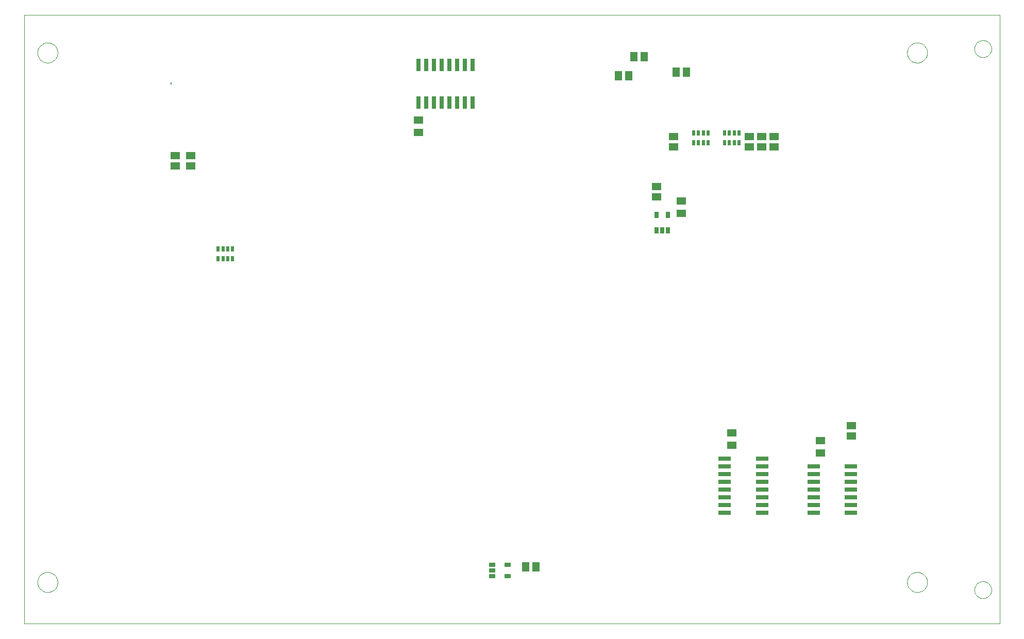
<source format=gbp>
G75*
G70*
%OFA0B0*%
%FSLAX24Y24*%
%IPPOS*%
%LPD*%
%AMOC8*
5,1,8,0,0,1.08239X$1,22.5*
%
%ADD10R,0.0630X0.0512*%
%ADD11R,0.0800X0.0260*%
%ADD12R,0.0260X0.0800*%
%ADD13R,0.0060X0.0120*%
%ADD14R,0.0272X0.0390*%
%ADD15C,0.0000*%
%ADD16R,0.0390X0.0272*%
%ADD17R,0.0512X0.0591*%
%ADD18R,0.0591X0.0512*%
%ADD19R,0.0197X0.0354*%
D10*
X047348Y033976D03*
X047348Y034763D03*
X030348Y039226D03*
X030348Y040013D03*
X050598Y019763D03*
X050598Y018976D03*
X056348Y019263D03*
X056348Y018476D03*
D11*
X055888Y017620D03*
X055888Y017120D03*
X055888Y016620D03*
X055888Y016120D03*
X055888Y015620D03*
X055888Y015120D03*
X055888Y014620D03*
X058308Y014620D03*
X058308Y015120D03*
X058308Y015620D03*
X058308Y016120D03*
X058308Y016620D03*
X058308Y017120D03*
X058308Y017620D03*
X052558Y017620D03*
X052558Y018120D03*
X052558Y017120D03*
X052558Y016620D03*
X052558Y016120D03*
X052558Y015620D03*
X052558Y015120D03*
X052558Y014620D03*
X050138Y014620D03*
X050138Y015120D03*
X050138Y015620D03*
X050138Y016120D03*
X050138Y016620D03*
X050138Y017120D03*
X050138Y017620D03*
X050138Y018120D03*
D12*
X033848Y041160D03*
X033348Y041160D03*
X032848Y041160D03*
X032348Y041160D03*
X031848Y041160D03*
X031348Y041160D03*
X030848Y041160D03*
X030348Y041160D03*
X030348Y043580D03*
X030848Y043580D03*
X031348Y043580D03*
X031848Y043580D03*
X032348Y043580D03*
X032848Y043580D03*
X033348Y043580D03*
X033848Y043580D03*
D13*
X014348Y042370D03*
X014348Y042370D03*
D14*
X045724Y033881D03*
X046472Y033881D03*
X046472Y032862D03*
X046098Y032862D03*
X045724Y032862D03*
D15*
X004848Y046810D02*
X004848Y007430D01*
X067948Y007430D01*
X067948Y046810D01*
X004848Y046810D01*
X005698Y044370D02*
X005700Y044420D01*
X005706Y044470D01*
X005716Y044520D01*
X005729Y044568D01*
X005746Y044616D01*
X005767Y044662D01*
X005791Y044706D01*
X005819Y044748D01*
X005850Y044788D01*
X005884Y044825D01*
X005921Y044860D01*
X005960Y044891D01*
X006001Y044920D01*
X006045Y044945D01*
X006091Y044967D01*
X006138Y044985D01*
X006186Y044999D01*
X006235Y045010D01*
X006285Y045017D01*
X006335Y045020D01*
X006386Y045019D01*
X006436Y045014D01*
X006486Y045005D01*
X006534Y044993D01*
X006582Y044976D01*
X006628Y044956D01*
X006673Y044933D01*
X006716Y044906D01*
X006756Y044876D01*
X006794Y044843D01*
X006829Y044807D01*
X006862Y044768D01*
X006891Y044727D01*
X006917Y044684D01*
X006940Y044639D01*
X006959Y044592D01*
X006974Y044544D01*
X006986Y044495D01*
X006994Y044445D01*
X006998Y044395D01*
X006998Y044345D01*
X006994Y044295D01*
X006986Y044245D01*
X006974Y044196D01*
X006959Y044148D01*
X006940Y044101D01*
X006917Y044056D01*
X006891Y044013D01*
X006862Y043972D01*
X006829Y043933D01*
X006794Y043897D01*
X006756Y043864D01*
X006716Y043834D01*
X006673Y043807D01*
X006628Y043784D01*
X006582Y043764D01*
X006534Y043747D01*
X006486Y043735D01*
X006436Y043726D01*
X006386Y043721D01*
X006335Y043720D01*
X006285Y043723D01*
X006235Y043730D01*
X006186Y043741D01*
X006138Y043755D01*
X006091Y043773D01*
X006045Y043795D01*
X006001Y043820D01*
X005960Y043849D01*
X005921Y043880D01*
X005884Y043915D01*
X005850Y043952D01*
X005819Y043992D01*
X005791Y044034D01*
X005767Y044078D01*
X005746Y044124D01*
X005729Y044172D01*
X005716Y044220D01*
X005706Y044270D01*
X005700Y044320D01*
X005698Y044370D01*
X005698Y010120D02*
X005700Y010170D01*
X005706Y010220D01*
X005716Y010270D01*
X005729Y010318D01*
X005746Y010366D01*
X005767Y010412D01*
X005791Y010456D01*
X005819Y010498D01*
X005850Y010538D01*
X005884Y010575D01*
X005921Y010610D01*
X005960Y010641D01*
X006001Y010670D01*
X006045Y010695D01*
X006091Y010717D01*
X006138Y010735D01*
X006186Y010749D01*
X006235Y010760D01*
X006285Y010767D01*
X006335Y010770D01*
X006386Y010769D01*
X006436Y010764D01*
X006486Y010755D01*
X006534Y010743D01*
X006582Y010726D01*
X006628Y010706D01*
X006673Y010683D01*
X006716Y010656D01*
X006756Y010626D01*
X006794Y010593D01*
X006829Y010557D01*
X006862Y010518D01*
X006891Y010477D01*
X006917Y010434D01*
X006940Y010389D01*
X006959Y010342D01*
X006974Y010294D01*
X006986Y010245D01*
X006994Y010195D01*
X006998Y010145D01*
X006998Y010095D01*
X006994Y010045D01*
X006986Y009995D01*
X006974Y009946D01*
X006959Y009898D01*
X006940Y009851D01*
X006917Y009806D01*
X006891Y009763D01*
X006862Y009722D01*
X006829Y009683D01*
X006794Y009647D01*
X006756Y009614D01*
X006716Y009584D01*
X006673Y009557D01*
X006628Y009534D01*
X006582Y009514D01*
X006534Y009497D01*
X006486Y009485D01*
X006436Y009476D01*
X006386Y009471D01*
X006335Y009470D01*
X006285Y009473D01*
X006235Y009480D01*
X006186Y009491D01*
X006138Y009505D01*
X006091Y009523D01*
X006045Y009545D01*
X006001Y009570D01*
X005960Y009599D01*
X005921Y009630D01*
X005884Y009665D01*
X005850Y009702D01*
X005819Y009742D01*
X005791Y009784D01*
X005767Y009828D01*
X005746Y009874D01*
X005729Y009922D01*
X005716Y009970D01*
X005706Y010020D01*
X005700Y010070D01*
X005698Y010120D01*
X061948Y010120D02*
X061950Y010170D01*
X061956Y010220D01*
X061966Y010270D01*
X061979Y010318D01*
X061996Y010366D01*
X062017Y010412D01*
X062041Y010456D01*
X062069Y010498D01*
X062100Y010538D01*
X062134Y010575D01*
X062171Y010610D01*
X062210Y010641D01*
X062251Y010670D01*
X062295Y010695D01*
X062341Y010717D01*
X062388Y010735D01*
X062436Y010749D01*
X062485Y010760D01*
X062535Y010767D01*
X062585Y010770D01*
X062636Y010769D01*
X062686Y010764D01*
X062736Y010755D01*
X062784Y010743D01*
X062832Y010726D01*
X062878Y010706D01*
X062923Y010683D01*
X062966Y010656D01*
X063006Y010626D01*
X063044Y010593D01*
X063079Y010557D01*
X063112Y010518D01*
X063141Y010477D01*
X063167Y010434D01*
X063190Y010389D01*
X063209Y010342D01*
X063224Y010294D01*
X063236Y010245D01*
X063244Y010195D01*
X063248Y010145D01*
X063248Y010095D01*
X063244Y010045D01*
X063236Y009995D01*
X063224Y009946D01*
X063209Y009898D01*
X063190Y009851D01*
X063167Y009806D01*
X063141Y009763D01*
X063112Y009722D01*
X063079Y009683D01*
X063044Y009647D01*
X063006Y009614D01*
X062966Y009584D01*
X062923Y009557D01*
X062878Y009534D01*
X062832Y009514D01*
X062784Y009497D01*
X062736Y009485D01*
X062686Y009476D01*
X062636Y009471D01*
X062585Y009470D01*
X062535Y009473D01*
X062485Y009480D01*
X062436Y009491D01*
X062388Y009505D01*
X062341Y009523D01*
X062295Y009545D01*
X062251Y009570D01*
X062210Y009599D01*
X062171Y009630D01*
X062134Y009665D01*
X062100Y009702D01*
X062069Y009742D01*
X062041Y009784D01*
X062017Y009828D01*
X061996Y009874D01*
X061979Y009922D01*
X061966Y009970D01*
X061956Y010020D01*
X061950Y010070D01*
X061948Y010120D01*
X066298Y009620D02*
X066300Y009667D01*
X066306Y009713D01*
X066316Y009759D01*
X066329Y009803D01*
X066347Y009847D01*
X066368Y009888D01*
X066392Y009928D01*
X066420Y009966D01*
X066451Y010001D01*
X066485Y010033D01*
X066521Y010062D01*
X066560Y010088D01*
X066600Y010111D01*
X066643Y010130D01*
X066687Y010146D01*
X066732Y010158D01*
X066778Y010166D01*
X066825Y010170D01*
X066871Y010170D01*
X066918Y010166D01*
X066964Y010158D01*
X067009Y010146D01*
X067053Y010130D01*
X067096Y010111D01*
X067136Y010088D01*
X067175Y010062D01*
X067211Y010033D01*
X067245Y010001D01*
X067276Y009966D01*
X067304Y009928D01*
X067328Y009888D01*
X067349Y009847D01*
X067367Y009803D01*
X067380Y009759D01*
X067390Y009713D01*
X067396Y009667D01*
X067398Y009620D01*
X067396Y009573D01*
X067390Y009527D01*
X067380Y009481D01*
X067367Y009437D01*
X067349Y009393D01*
X067328Y009352D01*
X067304Y009312D01*
X067276Y009274D01*
X067245Y009239D01*
X067211Y009207D01*
X067175Y009178D01*
X067136Y009152D01*
X067096Y009129D01*
X067053Y009110D01*
X067009Y009094D01*
X066964Y009082D01*
X066918Y009074D01*
X066871Y009070D01*
X066825Y009070D01*
X066778Y009074D01*
X066732Y009082D01*
X066687Y009094D01*
X066643Y009110D01*
X066600Y009129D01*
X066560Y009152D01*
X066521Y009178D01*
X066485Y009207D01*
X066451Y009239D01*
X066420Y009274D01*
X066392Y009312D01*
X066368Y009352D01*
X066347Y009393D01*
X066329Y009437D01*
X066316Y009481D01*
X066306Y009527D01*
X066300Y009573D01*
X066298Y009620D01*
X061948Y044370D02*
X061950Y044420D01*
X061956Y044470D01*
X061966Y044520D01*
X061979Y044568D01*
X061996Y044616D01*
X062017Y044662D01*
X062041Y044706D01*
X062069Y044748D01*
X062100Y044788D01*
X062134Y044825D01*
X062171Y044860D01*
X062210Y044891D01*
X062251Y044920D01*
X062295Y044945D01*
X062341Y044967D01*
X062388Y044985D01*
X062436Y044999D01*
X062485Y045010D01*
X062535Y045017D01*
X062585Y045020D01*
X062636Y045019D01*
X062686Y045014D01*
X062736Y045005D01*
X062784Y044993D01*
X062832Y044976D01*
X062878Y044956D01*
X062923Y044933D01*
X062966Y044906D01*
X063006Y044876D01*
X063044Y044843D01*
X063079Y044807D01*
X063112Y044768D01*
X063141Y044727D01*
X063167Y044684D01*
X063190Y044639D01*
X063209Y044592D01*
X063224Y044544D01*
X063236Y044495D01*
X063244Y044445D01*
X063248Y044395D01*
X063248Y044345D01*
X063244Y044295D01*
X063236Y044245D01*
X063224Y044196D01*
X063209Y044148D01*
X063190Y044101D01*
X063167Y044056D01*
X063141Y044013D01*
X063112Y043972D01*
X063079Y043933D01*
X063044Y043897D01*
X063006Y043864D01*
X062966Y043834D01*
X062923Y043807D01*
X062878Y043784D01*
X062832Y043764D01*
X062784Y043747D01*
X062736Y043735D01*
X062686Y043726D01*
X062636Y043721D01*
X062585Y043720D01*
X062535Y043723D01*
X062485Y043730D01*
X062436Y043741D01*
X062388Y043755D01*
X062341Y043773D01*
X062295Y043795D01*
X062251Y043820D01*
X062210Y043849D01*
X062171Y043880D01*
X062134Y043915D01*
X062100Y043952D01*
X062069Y043992D01*
X062041Y044034D01*
X062017Y044078D01*
X061996Y044124D01*
X061979Y044172D01*
X061966Y044220D01*
X061956Y044270D01*
X061950Y044320D01*
X061948Y044370D01*
X066298Y044620D02*
X066300Y044667D01*
X066306Y044713D01*
X066316Y044759D01*
X066329Y044803D01*
X066347Y044847D01*
X066368Y044888D01*
X066392Y044928D01*
X066420Y044966D01*
X066451Y045001D01*
X066485Y045033D01*
X066521Y045062D01*
X066560Y045088D01*
X066600Y045111D01*
X066643Y045130D01*
X066687Y045146D01*
X066732Y045158D01*
X066778Y045166D01*
X066825Y045170D01*
X066871Y045170D01*
X066918Y045166D01*
X066964Y045158D01*
X067009Y045146D01*
X067053Y045130D01*
X067096Y045111D01*
X067136Y045088D01*
X067175Y045062D01*
X067211Y045033D01*
X067245Y045001D01*
X067276Y044966D01*
X067304Y044928D01*
X067328Y044888D01*
X067349Y044847D01*
X067367Y044803D01*
X067380Y044759D01*
X067390Y044713D01*
X067396Y044667D01*
X067398Y044620D01*
X067396Y044573D01*
X067390Y044527D01*
X067380Y044481D01*
X067367Y044437D01*
X067349Y044393D01*
X067328Y044352D01*
X067304Y044312D01*
X067276Y044274D01*
X067245Y044239D01*
X067211Y044207D01*
X067175Y044178D01*
X067136Y044152D01*
X067096Y044129D01*
X067053Y044110D01*
X067009Y044094D01*
X066964Y044082D01*
X066918Y044074D01*
X066871Y044070D01*
X066825Y044070D01*
X066778Y044074D01*
X066732Y044082D01*
X066687Y044094D01*
X066643Y044110D01*
X066600Y044129D01*
X066560Y044152D01*
X066521Y044178D01*
X066485Y044207D01*
X066451Y044239D01*
X066420Y044274D01*
X066392Y044312D01*
X066368Y044352D01*
X066347Y044393D01*
X066329Y044437D01*
X066316Y044481D01*
X066306Y044527D01*
X066300Y044573D01*
X066298Y044620D01*
D16*
X036110Y011244D03*
X036110Y010496D03*
X035090Y010496D03*
X035090Y010870D03*
X035090Y011244D03*
D17*
X037263Y011120D03*
X037933Y011120D03*
X043263Y042870D03*
X043933Y042870D03*
X044263Y044120D03*
X044933Y044120D03*
X047013Y043120D03*
X047683Y043120D03*
D18*
X046848Y038954D03*
X046848Y038285D03*
X045748Y035704D03*
X045748Y035035D03*
X051748Y038285D03*
X051748Y038954D03*
X052548Y038954D03*
X052548Y038285D03*
X053348Y038285D03*
X053348Y038954D03*
X058348Y020254D03*
X058348Y019585D03*
X015598Y037035D03*
X015598Y037704D03*
X014598Y037704D03*
X014598Y037035D03*
D19*
X017375Y031684D03*
X017690Y031684D03*
X018005Y031684D03*
X018320Y031684D03*
X018320Y031055D03*
X018005Y031055D03*
X017690Y031055D03*
X017375Y031055D03*
X048125Y038555D03*
X048440Y038555D03*
X048755Y038555D03*
X049070Y038555D03*
X049070Y039184D03*
X048755Y039184D03*
X048440Y039184D03*
X048125Y039184D03*
X050125Y039184D03*
X050440Y039184D03*
X050755Y039184D03*
X051070Y039184D03*
X051070Y038555D03*
X050755Y038555D03*
X050440Y038555D03*
X050125Y038555D03*
M02*

</source>
